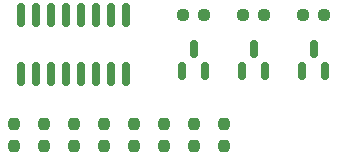
<source format=gbr>
%TF.GenerationSoftware,KiCad,Pcbnew,8.0.8*%
%TF.CreationDate,2025-02-24T20:51:07+00:00*%
%TF.ProjectId,7-segment,372d7365-676d-4656-9e74-2e6b69636164,rev?*%
%TF.SameCoordinates,Original*%
%TF.FileFunction,Paste,Top*%
%TF.FilePolarity,Positive*%
%FSLAX46Y46*%
G04 Gerber Fmt 4.6, Leading zero omitted, Abs format (unit mm)*
G04 Created by KiCad (PCBNEW 8.0.8) date 2025-02-24 20:51:07*
%MOMM*%
%LPD*%
G01*
G04 APERTURE LIST*
G04 Aperture macros list*
%AMRoundRect*
0 Rectangle with rounded corners*
0 $1 Rounding radius*
0 $2 $3 $4 $5 $6 $7 $8 $9 X,Y pos of 4 corners*
0 Add a 4 corners polygon primitive as box body*
4,1,4,$2,$3,$4,$5,$6,$7,$8,$9,$2,$3,0*
0 Add four circle primitives for the rounded corners*
1,1,$1+$1,$2,$3*
1,1,$1+$1,$4,$5*
1,1,$1+$1,$6,$7*
1,1,$1+$1,$8,$9*
0 Add four rect primitives between the rounded corners*
20,1,$1+$1,$2,$3,$4,$5,0*
20,1,$1+$1,$4,$5,$6,$7,0*
20,1,$1+$1,$6,$7,$8,$9,0*
20,1,$1+$1,$8,$9,$2,$3,0*%
G04 Aperture macros list end*
%ADD10RoundRect,0.237500X0.250000X0.237500X-0.250000X0.237500X-0.250000X-0.237500X0.250000X-0.237500X0*%
%ADD11RoundRect,0.237500X0.237500X-0.250000X0.237500X0.250000X-0.237500X0.250000X-0.237500X-0.250000X0*%
%ADD12RoundRect,0.150000X0.150000X-0.587500X0.150000X0.587500X-0.150000X0.587500X-0.150000X-0.587500X0*%
%ADD13RoundRect,0.150000X0.150000X-0.850000X0.150000X0.850000X-0.150000X0.850000X-0.150000X-0.850000X0*%
G04 APERTURE END LIST*
D10*
%TO.C,R2*%
X120292500Y-41910000D03*
X118467500Y-41910000D03*
%TD*%
D11*
%TO.C,R5*%
X101600000Y-52982500D03*
X101600000Y-51157500D03*
%TD*%
D12*
%TO.C,Q2*%
X118430000Y-46657500D03*
X120330000Y-46657500D03*
X119380000Y-44782500D03*
%TD*%
D10*
%TO.C,R1*%
X115212500Y-41910000D03*
X113387500Y-41910000D03*
%TD*%
%TO.C,R3*%
X125372500Y-41910000D03*
X123547500Y-41910000D03*
%TD*%
D11*
%TO.C,R10*%
X114300000Y-52982500D03*
X114300000Y-51157500D03*
%TD*%
%TO.C,R11*%
X116840000Y-52982500D03*
X116840000Y-51157500D03*
%TD*%
%TO.C,R7*%
X106680000Y-52982500D03*
X106680000Y-51157500D03*
%TD*%
D12*
%TO.C,Q3*%
X123510000Y-46657500D03*
X125410000Y-46657500D03*
X124460000Y-44782500D03*
%TD*%
D11*
%TO.C,R6*%
X104140000Y-52982500D03*
X104140000Y-51157500D03*
%TD*%
%TO.C,R9*%
X111760000Y-52982500D03*
X111760000Y-51157500D03*
%TD*%
%TO.C,R8*%
X109220000Y-52982500D03*
X109220000Y-51157500D03*
%TD*%
%TO.C,R4*%
X99060000Y-52982500D03*
X99060000Y-51157500D03*
%TD*%
D12*
%TO.C,Q1*%
X113350000Y-46657500D03*
X115250000Y-46657500D03*
X114300000Y-44782500D03*
%TD*%
D13*
%TO.C,U2*%
X99695000Y-46950000D03*
X100965000Y-46950000D03*
X102235000Y-46950000D03*
X103505000Y-46950000D03*
X104775000Y-46950000D03*
X106045000Y-46950000D03*
X107315000Y-46950000D03*
X108585000Y-46950000D03*
X108585000Y-41950000D03*
X107315000Y-41950000D03*
X106045000Y-41950000D03*
X104775000Y-41950000D03*
X103505000Y-41950000D03*
X102235000Y-41950000D03*
X100965000Y-41950000D03*
X99695000Y-41950000D03*
%TD*%
M02*

</source>
